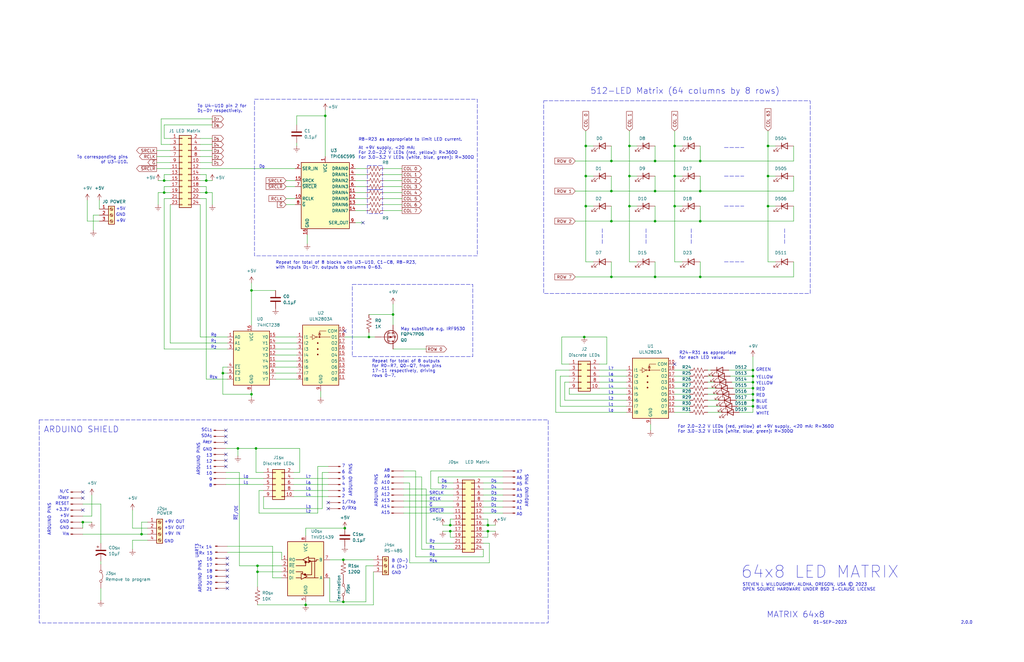
<source format=kicad_sch>
(kicad_sch (version 20230121) (generator eeschema)
  (paper "USLedger")
  (junction (at 247.015 86.995))
  (junction (at 128.905 255.27))
  (junction (at 137.16 48.895))
  (junction (at 86.995 81.28))
  (junction (at 257.81 80.645))
  (junction (at 145.415 222.885))
  (junction (at 276.225 93.345))
  (junction (at 106.045 166.37))
  (junction (at 284.48 61.595))
  (junction (at 205.74 221.615))
  (junction (at 144.78 236.22))
  (junction (at 86.995 76.2))
  (junction (at 247.015 61.595))
  (junction (at 317.5 158.75))
  (junction (at 108.585 241.3))
  (junction (at 155.575 142.24))
  (junction (at 276.225 67.945))
  (junction (at 93.98 157.48))
  (junction (at 144.78 254))
  (junction (at 295.275 93.345))
  (junction (at 34.925 220.345))
  (junction (at 284.48 86.995))
  (junction (at 257.81 93.345))
  (junction (at 323.85 86.995))
  (junction (at 106.045 122.555))
  (junction (at 323.85 74.295))
  (junction (at 265.43 86.995))
  (junction (at 107.95 189.23))
  (junction (at 265.43 61.595))
  (junction (at 257.81 116.84))
  (junction (at 317.5 171.45))
  (junction (at 295.275 116.84))
  (junction (at 100.33 189.23))
  (junction (at 317.5 163.83))
  (junction (at 317.5 156.21))
  (junction (at 247.015 74.295))
  (junction (at 59.69 225.425))
  (junction (at 276.225 116.84))
  (junction (at 69.215 81.28))
  (junction (at 276.225 80.645))
  (junction (at 205.74 224.155))
  (junction (at 189.865 221.615))
  (junction (at 189.865 224.155))
  (junction (at 165.735 132.715))
  (junction (at 265.43 74.295))
  (junction (at 69.215 76.2))
  (junction (at 257.81 67.945))
  (junction (at 295.275 80.645))
  (junction (at 284.48 74.295))
  (junction (at 317.5 161.29))
  (junction (at 317.5 166.37))
  (junction (at 323.85 61.595))
  (junction (at 295.275 67.945))
  (junction (at 317.5 168.91))
  (junction (at 246.38 142.24))
  (junction (at 108.585 238.76))
  (no_connect (at 95.25 191.77))
  (no_connect (at 34.925 210.185))
  (no_connect (at 95.25 181.61))
  (no_connect (at 95.25 194.31))
  (no_connect (at 95.25 184.15))
  (no_connect (at 145.415 139.7))
  (no_connect (at 34.925 215.265))
  (no_connect (at 153.035 93.98))
  (no_connect (at 95.885 245.745))
  (no_connect (at 284.48 153.67))
  (no_connect (at 95.885 240.665))
  (no_connect (at 138.43 212.09))
  (no_connect (at 34.925 207.645))
  (no_connect (at 138.43 214.63))
  (no_connect (at 95.885 243.205))
  (no_connect (at 95.25 196.85))
  (no_connect (at 95.885 238.125))
  (no_connect (at 95.885 235.585))
  (no_connect (at 95.885 248.285))
  (no_connect (at 95.25 186.69))
  (wire (pts (xy 84.455 73.66) (xy 86.995 73.66)))
  (wire (pts (xy 276.225 74.295) (xy 276.225 80.645)))
  (wire (pts (xy 116.205 142.24) (xy 125.095 142.24)))
  (wire (pts (xy 123.825 201.93) (xy 138.43 201.93)))
  (wire (pts (xy 155.575 132.715) (xy 165.735 132.715)))
  (wire (pts (xy 205.74 224.155) (xy 208.915 224.155)))
  (wire (pts (xy 276.225 110.49) (xy 276.225 116.84)))
  (wire (pts (xy 118.745 233.045) (xy 118.745 236.22)))
  (polyline (pts (xy 305.435 86.995) (xy 313.69 86.995)) (stroke (width 0) (type dash)))
  (wire (pts (xy 161.925 73.66) (xy 169.545 73.66)))
  (wire (pts (xy 161.925 81.28) (xy 169.545 81.28)))
  (wire (pts (xy 203.835 208.915) (xy 212.09 208.915)))
  (wire (pts (xy 298.45 171.45) (xy 303.53 171.45)))
  (wire (pts (xy 135.255 165.1) (xy 135.255 167.64)))
  (wire (pts (xy 257.81 93.345) (xy 276.225 93.345)))
  (wire (pts (xy 108.585 255.27) (xy 128.905 255.27)))
  (wire (pts (xy 55.88 222.885) (xy 55.88 215.265)))
  (wire (pts (xy 242.57 80.645) (xy 257.81 80.645)))
  (wire (pts (xy 175.26 234.95) (xy 175.26 198.755)))
  (wire (pts (xy 67.945 50.165) (xy 89.535 50.165)))
  (wire (pts (xy 86.995 160.02) (xy 95.885 160.02)))
  (wire (pts (xy 126.365 199.39) (xy 123.825 199.39)))
  (wire (pts (xy 205.74 221.615) (xy 208.915 221.615)))
  (wire (pts (xy 107.95 199.39) (xy 107.95 189.23)))
  (polyline (pts (xy 272.415 96.52) (xy 272.415 102.87)) (stroke (width 0) (type dash)))
  (wire (pts (xy 284.48 158.75) (xy 290.83 158.75)))
  (wire (pts (xy 120.65 86.36) (xy 124.46 86.36)))
  (wire (pts (xy 234.315 173.99) (xy 264.16 173.99)))
  (wire (pts (xy 116.205 154.94) (xy 125.095 154.94)))
  (wire (pts (xy 327.025 61.595) (xy 323.85 61.595)))
  (wire (pts (xy 100.33 189.23) (xy 107.95 189.23)))
  (wire (pts (xy 135.89 199.39) (xy 135.89 214.63)))
  (wire (pts (xy 323.85 55.245) (xy 323.85 61.595)))
  (wire (pts (xy 71.755 78.74) (xy 69.215 78.74)))
  (wire (pts (xy 203.835 226.695) (xy 205.74 226.695)))
  (wire (pts (xy 276.225 67.945) (xy 295.275 67.945)))
  (wire (pts (xy 106.045 166.37) (xy 106.045 167.64)))
  (wire (pts (xy 276.225 93.345) (xy 295.275 93.345)))
  (wire (pts (xy 205.74 226.695) (xy 205.74 224.155)))
  (wire (pts (xy 206.375 229.235) (xy 206.375 237.49)))
  (wire (pts (xy 181.61 206.375) (xy 191.135 206.375)))
  (wire (pts (xy 242.57 67.945) (xy 257.81 67.945)))
  (wire (pts (xy 145.415 142.24) (xy 155.575 142.24)))
  (wire (pts (xy 236.855 153.67) (xy 236.855 142.24)))
  (wire (pts (xy 247.015 55.245) (xy 247.015 61.595)))
  (wire (pts (xy 298.45 158.75) (xy 300.355 158.75)))
  (wire (pts (xy 120.65 83.82) (xy 124.46 83.82)))
  (wire (pts (xy 265.43 86.995) (xy 265.43 110.49)))
  (wire (pts (xy 307.975 158.75) (xy 317.5 158.75)))
  (wire (pts (xy 181.61 198.755) (xy 181.61 206.375)))
  (wire (pts (xy 144.78 236.22) (xy 157.48 236.22)))
  (wire (pts (xy 170.18 211.455) (xy 191.135 211.455)))
  (wire (pts (xy 86.995 73.66) (xy 86.995 76.2)))
  (wire (pts (xy 184.785 201.295) (xy 184.785 203.835)))
  (wire (pts (xy 203.835 219.075) (xy 205.74 219.075)))
  (wire (pts (xy 265.43 74.295) (xy 268.605 74.295)))
  (polyline (pts (xy 291.465 96.52) (xy 291.465 102.87)) (stroke (width 0) (type dash)))
  (wire (pts (xy 95.885 233.045) (xy 118.745 233.045)))
  (wire (pts (xy 89.535 81.28) (xy 89.535 86.36)))
  (wire (pts (xy 107.95 189.23) (xy 126.365 189.23)))
  (wire (pts (xy 172.72 237.49) (xy 172.72 203.835)))
  (wire (pts (xy 177.8 231.775) (xy 177.8 201.295)))
  (wire (pts (xy 149.86 93.98) (xy 153.035 93.98)))
  (wire (pts (xy 295.275 74.295) (xy 295.275 80.645)))
  (wire (pts (xy 126.365 199.39) (xy 126.365 189.23)))
  (wire (pts (xy 191.135 226.695) (xy 189.865 226.695)))
  (wire (pts (xy 86.995 76.2) (xy 89.535 76.2)))
  (wire (pts (xy 66.04 68.58) (xy 71.755 68.58)))
  (polyline (pts (xy 305.435 62.23) (xy 313.69 62.23)) (stroke (width 0) (type dash)))
  (wire (pts (xy 149.86 73.66) (xy 154.305 73.66)))
  (wire (pts (xy 323.85 86.995) (xy 323.85 110.49)))
  (wire (pts (xy 317.5 166.37) (xy 317.5 163.83)))
  (wire (pts (xy 123.825 209.55) (xy 138.43 209.55)))
  (wire (pts (xy 184.785 203.835) (xy 191.135 203.835)))
  (wire (pts (xy 298.45 156.21) (xy 299.72 156.21)))
  (wire (pts (xy 284.48 156.21) (xy 290.83 156.21)))
  (wire (pts (xy 334.645 93.345) (xy 334.645 86.995)))
  (wire (pts (xy 155.575 140.335) (xy 155.575 142.24)))
  (wire (pts (xy 86.995 83.82) (xy 86.995 160.02)))
  (wire (pts (xy 240.03 156.21) (xy 234.315 156.21)))
  (wire (pts (xy 59.69 220.345) (xy 62.23 220.345)))
  (wire (pts (xy 276.225 116.84) (xy 295.275 116.84)))
  (wire (pts (xy 203.835 203.835) (xy 212.09 203.835)))
  (wire (pts (xy 95.25 204.47) (xy 111.125 204.47)))
  (wire (pts (xy 238.125 161.29) (xy 238.125 168.91)))
  (wire (pts (xy 252.73 158.75) (xy 264.16 158.75)))
  (wire (pts (xy 66.04 63.5) (xy 71.755 63.5)))
  (wire (pts (xy 69.215 73.66) (xy 69.215 76.2)))
  (wire (pts (xy 257.81 110.49) (xy 257.81 116.84)))
  (wire (pts (xy 234.315 156.21) (xy 234.315 173.99)))
  (wire (pts (xy 84.455 83.82) (xy 86.995 83.82)))
  (wire (pts (xy 95.885 230.505) (xy 114.935 230.505)))
  (polyline (pts (xy 254 96.52) (xy 254 102.87)) (stroke (width 0) (type dash)))
  (wire (pts (xy 106.045 122.555) (xy 116.205 122.555)))
  (wire (pts (xy 95.25 201.93) (xy 111.125 201.93)))
  (wire (pts (xy 71.755 58.42) (xy 69.215 58.42)))
  (wire (pts (xy 311.15 171.45) (xy 317.5 171.45)))
  (wire (pts (xy 41.91 93.345) (xy 36.83 93.345)))
  (wire (pts (xy 284.48 166.37) (xy 290.83 166.37)))
  (wire (pts (xy 55.88 227.965) (xy 55.88 231.775)))
  (wire (pts (xy 189.865 224.155) (xy 191.135 224.155)))
  (wire (pts (xy 84.455 71.12) (xy 124.46 71.12)))
  (wire (pts (xy 257.81 86.995) (xy 257.81 93.345)))
  (wire (pts (xy 69.215 83.82) (xy 69.215 147.32)))
  (wire (pts (xy 62.23 227.965) (xy 55.88 227.965)))
  (wire (pts (xy 125.095 60.325) (xy 125.095 61.595)))
  (wire (pts (xy 59.69 225.425) (xy 59.69 220.345)))
  (wire (pts (xy 247.015 74.295) (xy 250.19 74.295)))
  (wire (pts (xy 186.69 224.155) (xy 189.865 224.155)))
  (wire (pts (xy 84.455 86.36) (xy 84.455 142.24)))
  (wire (pts (xy 252.73 156.21) (xy 264.16 156.21)))
  (wire (pts (xy 34.925 220.345) (xy 34.925 222.885)))
  (wire (pts (xy 298.45 168.91) (xy 302.895 168.91)))
  (wire (pts (xy 191.135 219.075) (xy 189.865 219.075)))
  (wire (pts (xy 71.755 83.82) (xy 69.215 83.82)))
  (wire (pts (xy 240.03 153.67) (xy 236.855 153.67)))
  (wire (pts (xy 317.5 163.83) (xy 317.5 161.29)))
  (wire (pts (xy 247.015 74.295) (xy 247.015 86.995)))
  (wire (pts (xy 149.86 71.12) (xy 154.305 71.12)))
  (wire (pts (xy 170.18 213.995) (xy 191.135 213.995)))
  (wire (pts (xy 108.585 241.3) (xy 108.585 247.65)))
  (wire (pts (xy 203.835 206.375) (xy 212.09 206.375)))
  (wire (pts (xy 284.48 86.995) (xy 284.48 110.49)))
  (wire (pts (xy 203.835 216.535) (xy 212.09 216.535)))
  (wire (pts (xy 323.85 61.595) (xy 323.85 74.295)))
  (wire (pts (xy 284.48 86.995) (xy 287.655 86.995)))
  (wire (pts (xy 139.065 236.22) (xy 144.78 236.22)))
  (wire (pts (xy 71.755 144.78) (xy 95.885 144.78)))
  (wire (pts (xy 149.86 86.36) (xy 154.305 86.36)))
  (wire (pts (xy 295.275 86.995) (xy 295.275 93.345)))
  (wire (pts (xy 67.945 60.96) (xy 67.945 50.165)))
  (wire (pts (xy 212.09 201.295) (xy 184.785 201.295)))
  (wire (pts (xy 236.22 158.75) (xy 236.22 171.45)))
  (wire (pts (xy 108.585 238.76) (xy 108.585 241.3)))
  (wire (pts (xy 212.09 198.755) (xy 181.61 198.755)))
  (wire (pts (xy 295.275 116.84) (xy 334.645 116.84)))
  (wire (pts (xy 138.43 196.85) (xy 133.985 196.85)))
  (wire (pts (xy 255.905 153.67) (xy 252.73 153.67)))
  (wire (pts (xy 69.215 52.705) (xy 89.535 52.705)))
  (wire (pts (xy 276.225 86.995) (xy 276.225 93.345)))
  (wire (pts (xy 125.095 52.705) (xy 125.095 48.895)))
  (wire (pts (xy 66.04 66.04) (xy 71.755 66.04)))
  (wire (pts (xy 109.22 216.535) (xy 109.22 207.01)))
  (wire (pts (xy 100.33 189.23) (xy 100.33 192.405)))
  (wire (pts (xy 257.81 67.945) (xy 276.225 67.945)))
  (wire (pts (xy 265.43 61.595) (xy 265.43 74.295)))
  (wire (pts (xy 116.205 149.86) (xy 125.095 149.86)))
  (wire (pts (xy 84.455 63.5) (xy 89.535 63.5)))
  (wire (pts (xy 268.605 61.595) (xy 265.43 61.595)))
  (wire (pts (xy 116.205 147.32) (xy 125.095 147.32)))
  (wire (pts (xy 203.835 211.455) (xy 212.09 211.455)))
  (wire (pts (xy 114.935 230.505) (xy 114.935 243.84)))
  (wire (pts (xy 149.86 78.74) (xy 154.305 78.74)))
  (wire (pts (xy 129.54 99.06) (xy 129.54 102.87)))
  (wire (pts (xy 86.995 78.74) (xy 86.995 81.28)))
  (wire (pts (xy 170.18 208.915) (xy 191.135 208.915)))
  (wire (pts (xy 276.225 61.595) (xy 276.225 67.945)))
  (wire (pts (xy 128.905 222.885) (xy 145.415 222.885)))
  (wire (pts (xy 298.45 173.99) (xy 304.165 173.99)))
  (wire (pts (xy 161.925 86.36) (xy 169.545 86.36)))
  (wire (pts (xy 257.81 74.295) (xy 257.81 80.645)))
  (wire (pts (xy 42.545 236.855) (xy 42.545 238.125)))
  (wire (pts (xy 255.905 142.24) (xy 255.905 153.67)))
  (wire (pts (xy 311.785 173.99) (xy 317.5 173.99)))
  (wire (pts (xy 265.43 55.245) (xy 265.43 61.595)))
  (wire (pts (xy 69.215 78.74) (xy 69.215 81.28)))
  (wire (pts (xy 203.835 229.235) (xy 206.375 229.235)))
  (wire (pts (xy 84.455 76.2) (xy 86.995 76.2)))
  (wire (pts (xy 298.45 166.37) (xy 302.26 166.37)))
  (wire (pts (xy 334.645 67.945) (xy 334.645 61.595)))
  (wire (pts (xy 284.48 74.295) (xy 287.655 74.295)))
  (wire (pts (xy 247.015 86.995) (xy 250.19 86.995)))
  (wire (pts (xy 69.215 81.28) (xy 71.755 81.28)))
  (wire (pts (xy 236.22 171.45) (xy 264.16 171.45)))
  (wire (pts (xy 287.655 110.49) (xy 284.48 110.49)))
  (wire (pts (xy 165.735 132.715) (xy 165.735 137.16)))
  (wire (pts (xy 95.25 189.23) (xy 100.33 189.23)))
  (wire (pts (xy 295.275 93.345) (xy 334.645 93.345)))
  (wire (pts (xy 203.835 221.615) (xy 205.74 221.615)))
  (wire (pts (xy 95.885 154.94) (xy 93.98 154.94)))
  (wire (pts (xy 295.275 67.945) (xy 334.645 67.945)))
  (wire (pts (xy 268.605 110.49) (xy 265.43 110.49)))
  (wire (pts (xy 191.135 231.775) (xy 177.8 231.775)))
  (wire (pts (xy 295.275 61.595) (xy 295.275 67.945)))
  (wire (pts (xy 317.5 161.29) (xy 317.5 158.75)))
  (wire (pts (xy 93.98 157.48) (xy 93.98 166.37)))
  (wire (pts (xy 274.32 179.07) (xy 274.32 181.61)))
  (wire (pts (xy 284.48 168.91) (xy 290.83 168.91)))
  (wire (pts (xy 128.905 254) (xy 128.905 255.27)))
  (wire (pts (xy 39.37 90.805) (xy 39.37 97.155)))
  (wire (pts (xy 93.98 154.94) (xy 93.98 157.48)))
  (wire (pts (xy 62.23 225.425) (xy 59.69 225.425)))
  (wire (pts (xy 149.86 83.82) (xy 154.305 83.82)))
  (wire (pts (xy 257.81 80.645) (xy 276.225 80.645)))
  (wire (pts (xy 116.205 144.78) (xy 125.095 144.78)))
  (wire (pts (xy 284.48 161.29) (xy 290.83 161.29)))
  (wire (pts (xy 71.755 86.36) (xy 71.755 144.78)))
  (wire (pts (xy 323.85 74.295) (xy 327.025 74.295)))
  (wire (pts (xy 116.205 152.4) (xy 125.095 152.4)))
  (wire (pts (xy 84.455 60.96) (xy 89.535 60.96)))
  (wire (pts (xy 307.34 156.21) (xy 317.5 156.21)))
  (wire (pts (xy 240.03 161.29) (xy 238.125 161.29)))
  (wire (pts (xy 84.455 78.74) (xy 86.995 78.74)))
  (wire (pts (xy 84.455 66.04) (xy 89.535 66.04)))
  (wire (pts (xy 309.245 163.83) (xy 317.5 163.83)))
  (wire (pts (xy 157.48 238.76) (xy 154.305 238.76)))
  (wire (pts (xy 69.215 58.42) (xy 69.215 52.705)))
  (wire (pts (xy 309.88 166.37) (xy 317.5 166.37)))
  (wire (pts (xy 84.455 58.42) (xy 89.535 58.42)))
  (wire (pts (xy 161.925 88.9) (xy 169.545 88.9)))
  (wire (pts (xy 240.03 166.37) (xy 264.16 166.37)))
  (wire (pts (xy 133.985 216.535) (xy 109.22 216.535)))
  (wire (pts (xy 95.25 199.39) (xy 100.965 199.39)))
  (wire (pts (xy 69.215 76.2) (xy 71.755 76.2)))
  (wire (pts (xy 295.275 80.645) (xy 334.645 80.645)))
  (wire (pts (xy 179.705 229.235) (xy 179.705 206.375)))
  (wire (pts (xy 317.5 173.99) (xy 317.5 171.45)))
  (wire (pts (xy 189.865 221.615) (xy 191.135 221.615)))
  (wire (pts (xy 175.26 198.755) (xy 170.18 198.755)))
  (wire (pts (xy 250.19 61.595) (xy 247.015 61.595)))
  (wire (pts (xy 287.655 61.595) (xy 284.48 61.595)))
  (polyline (pts (xy 305.435 110.49) (xy 313.69 110.49)) (stroke (width 0) (type dash)))
  (wire (pts (xy 284.48 171.45) (xy 290.83 171.45)))
  (wire (pts (xy 284.48 55.245) (xy 284.48 61.595)))
  (wire (pts (xy 298.45 163.83) (xy 301.625 163.83)))
  (wire (pts (xy 34.925 212.725) (xy 42.545 212.725)))
  (wire (pts (xy 149.86 88.9) (xy 154.305 88.9)))
  (wire (pts (xy 139.065 254) (xy 139.065 243.84)))
  (wire (pts (xy 106.045 165.1) (xy 106.045 166.37)))
  (wire (pts (xy 310.515 168.91) (xy 317.5 168.91)))
  (wire (pts (xy 149.86 76.2) (xy 154.305 76.2)))
  (wire (pts (xy 118.745 241.3) (xy 108.585 241.3)))
  (polyline (pts (xy 330.835 96.52) (xy 330.835 102.87)) (stroke (width 0) (type dash)))
  (wire (pts (xy 203.835 234.95) (xy 175.26 234.95)))
  (wire (pts (xy 109.22 207.01) (xy 111.125 207.01)))
  (wire (pts (xy 170.18 216.535) (xy 191.135 216.535)))
  (wire (pts (xy 161.925 76.2) (xy 169.545 76.2)))
  (wire (pts (xy 128.905 255.27) (xy 157.48 255.27)))
  (wire (pts (xy 84.455 68.58) (xy 89.535 68.58)))
  (wire (pts (xy 327.025 110.49) (xy 323.85 110.49)))
  (wire (pts (xy 240.03 163.83) (xy 240.03 166.37)))
  (wire (pts (xy 154.305 254) (xy 144.78 254)))
  (wire (pts (xy 137.16 48.895) (xy 137.16 66.04)))
  (wire (pts (xy 284.48 74.295) (xy 284.48 86.995)))
  (wire (pts (xy 308.61 161.29) (xy 317.5 161.29)))
  (wire (pts (xy 69.215 147.32) (xy 95.885 147.32)))
  (wire (pts (xy 317.5 158.75) (xy 317.5 156.21)))
  (wire (pts (xy 323.85 86.995) (xy 327.025 86.995)))
  (wire (pts (xy 165.735 128.27) (xy 165.735 132.715)))
  (wire (pts (xy 84.455 142.24) (xy 95.885 142.24)))
  (wire (pts (xy 155.575 142.24) (xy 158.115 142.24)))
  (wire (pts (xy 34.925 225.425) (xy 59.69 225.425)))
  (wire (pts (xy 179.705 206.375) (xy 170.18 206.375)))
  (wire (pts (xy 276.225 80.645) (xy 295.275 80.645)))
  (wire (pts (xy 298.45 161.29) (xy 300.99 161.29)))
  (wire (pts (xy 116.205 157.48) (xy 125.095 157.48)))
  (wire (pts (xy 317.5 171.45) (xy 317.5 168.91)))
  (wire (pts (xy 165.735 147.32) (xy 179.705 147.32)))
  (wire (pts (xy 100.965 199.39) (xy 100.965 238.76)))
  (wire (pts (xy 66.04 71.12) (xy 71.755 71.12)))
  (wire (pts (xy 265.43 86.995) (xy 268.605 86.995)))
  (wire (pts (xy 242.57 116.84) (xy 257.81 116.84)))
  (wire (pts (xy 100.965 238.76) (xy 108.585 238.76)))
  (wire (pts (xy 317.5 168.91) (xy 317.5 166.37)))
  (wire (pts (xy 89.535 81.28) (xy 86.995 81.28)))
  (wire (pts (xy 125.095 48.895) (xy 137.16 48.895)))
  (wire (pts (xy 236.855 142.24) (xy 246.38 142.24)))
  (wire (pts (xy 135.89 214.63) (xy 111.125 214.63)))
  (wire (pts (xy 203.835 231.775) (xy 203.835 234.95)))
  (wire (pts (xy 42.545 248.285) (xy 42.545 253.365)))
  (wire (pts (xy 133.985 196.85) (xy 133.985 216.535)))
  (wire (pts (xy 106.045 122.555) (xy 106.045 137.16)))
  (wire (pts (xy 265.43 74.295) (xy 265.43 86.995)))
  (wire (pts (xy 62.23 222.885) (xy 55.88 222.885)))
  (wire (pts (xy 161.925 71.12) (xy 169.545 71.12)))
  (wire (pts (xy 246.38 142.24) (xy 255.905 142.24)))
  (wire (pts (xy 284.48 163.83) (xy 290.83 163.83)))
  (wire (pts (xy 334.645 116.84) (xy 334.645 110.49)))
  (wire (pts (xy 41.91 84.455) (xy 41.91 88.265)))
  (wire (pts (xy 257.81 61.595) (xy 257.81 67.945)))
  (wire (pts (xy 116.205 160.02) (xy 125.095 160.02)))
  (wire (pts (xy 334.645 80.645) (xy 334.645 74.295)))
  (wire (pts (xy 123.825 204.47) (xy 138.43 204.47)))
  (wire (pts (xy 189.865 226.695) (xy 189.865 224.155)))
  (wire (pts (xy 123.825 207.01) (xy 138.43 207.01)))
  (wire (pts (xy 93.98 157.48) (xy 95.885 157.48)))
  (wire (pts (xy 138.43 199.39) (xy 135.89 199.39)))
  (wire (pts (xy 71.755 60.96) (xy 67.945 60.96)))
  (wire (pts (xy 34.925 217.805) (xy 38.735 217.805)))
  (wire (pts (xy 93.98 166.37) (xy 106.045 166.37)))
  (wire (pts (xy 71.755 73.66) (xy 69.215 73.66)))
  (wire (pts (xy 323.85 74.295) (xy 323.85 86.995)))
  (wire (pts (xy 284.48 173.99) (xy 290.83 173.99)))
  (wire (pts (xy 161.925 83.82) (xy 169.545 83.82)))
  (wire (pts (xy 118.745 238.76) (xy 108.585 238.76)))
  (wire (pts (xy 128.905 226.06) (xy 128.905 222.885)))
  (wire (pts (xy 295.275 110.49) (xy 295.275 116.84)))
  (wire (pts (xy 114.935 243.84) (xy 118.745 243.84)))
  (wire (pts (xy 149.86 81.28) (xy 154.305 81.28)))
  (wire (pts (xy 250.19 110.49) (xy 247.015 110.49)))
  (wire (pts (xy 205.74 219.075) (xy 205.74 221.615)))
  (wire (pts (xy 317.5 156.21) (xy 317.5 150.495)))
  (wire (pts (xy 284.48 61.595) (xy 284.48 74.295)))
  (wire (pts (xy 66.675 81.28) (xy 66.675 86.36)))
  (wire (pts (xy 252.73 163.83) (xy 264.16 163.83)))
  (wire (pts (xy 252.73 161.29) (xy 264.16 161.29)))
  (wire (pts (xy 34.925 220.345) (xy 38.735 220.345)))
  (wire (pts (xy 154.305 238.76) (xy 154.305 254)))
  (wire (pts (xy 84.455 81.28) (xy 86.995 81.28)))
  (wire (pts (xy 111.125 199.39) (xy 107.95 199.39)))
  (wire (pts (xy 161.925 78.74) (xy 169.545 78.74)))
  (wire (pts (xy 203.835 224.155) (xy 205.74 224.155)))
  (wire (pts (xy 247.015 86.995) (xy 247.015 110.49)))
  (wire (pts (xy 191.135 229.235) (xy 179.705 229.235)))
  (wire (pts (xy 42.545 212.725) (xy 42.545 229.235)))
  (wire (pts (xy 36.83 93.345) (xy 36.83 84.455)))
  (wire (pts (xy 247.015 61.595) (xy 247.015 74.295)))
  (wire (pts (xy 137.16 46.355) (xy 137.16 48.895)))
  (wire (pts (xy 66.675 76.2) (xy 69.215 76.2)))
  (wire (pts (xy 172.72 203.835) (xy 170.18 203.835)))
  (wire (pts (xy 257.81 116.84) (xy 276.225 116.84)))
  (wire (pts (xy 242.57 93.345) (xy 257.81 93.345)))
  (wire (pts (xy 66.675 81.28) (xy 69.215 81.28)))
  (wire (pts (xy 106.045 119.38) (xy 106.045 122.555)))
  (wire (pts (xy 189.865 219.075) (xy 189.865 221.615)))
  (wire (pts (xy 120.65 76.2) (xy 124.46 76.2)))
  (wire (pts (xy 111.125 209.55) (xy 111.125 214.63)))
  (wire (pts (xy 120.65 78.74) (xy 124.46 78.74)))
  (wire (pts (xy 38.735 217.805) (xy 38.735 208.915)))
  (wire (pts (xy 186.69 221.615) (xy 189.865 221.615)))
  (wire (pts (xy 240.03 158.75) (xy 236.22 158.75)))
  (wire (pts (xy 177.8 201.295) (xy 170.18 201.295)))
  (wire (pts (xy 41.91 90.805) (xy 39.37 90.805)))
  (wire (pts (xy 206.375 237.49) (xy 172.72 237.49)))
  (polyline (pts (xy 305.435 74.295) (xy 313.69 74.295)) (stroke (width 0) (type dash)))
  (wire (pts (xy 238.125 168.91) (xy 264.16 168.91)))
  (wire (pts (xy 203.835 213.995) (xy 212.09 213.995)))
  (wire (pts (xy 144.78 254) (xy 139.065 254)))
  (wire (pts (xy 157.48 241.3) (xy 157.48 255.27)))
  (rectangle (start 229.235 42.545) (end 341.63 123.825) (stroke (width 0) (type dash)))
  (rectangle (start 107.315 41.91) (end 201.295 107.95) (stroke (width 0) (type dash)))
  (rectangle (start 16.51 177.165) (end 231.14 262.89) (stroke (width 0) (type dash)))
  (rectangle (start 154.94 69.85) (end 161.29 80.01) (stroke (width 0) (type dash)))
  (rectangle (start 154.94 80.01) (end 161.29 90.17) (stroke (width 0) (type dash)))
  (rectangle (start 148.59 120.015) (end 199.39 150.495) (stroke (width 0) (type dash)))
  (text "L_{1}" (at 104.775 204.47 0) (effects (font (size 1.27 1.27)) (justify right bottom)))
  (text "GREEN" (at 318.77 156.845 0) (effects (font (size 1.27 1.27)) (justify left bottom)))
  (text "For 2.0-2.2 V LEDs (red, yellow) at +9V supply, <20 mA: R=360Ω\nFor 3.0-3.2 V LEDs (white, blue, green): R=300Ω" (at 285.75 182.88 0) (effects (font (size 1.27 1.27)) (justify left bottom)))
  (text "R_{2}" (at 88.9 147.32 0) (effects (font (size 1.27 1.27)) (justify left bottom)))
  (text "ARDUINO PINS" (at 159.385 213.995 90) (effects (font (size 1.27 1.27)) (justify left bottom)))
  (text "BLUE" (at 318.77 170.18 0) (effects (font (size 1.27 1.27)) (justify left bottom)))
  (text "01-SEP-2023" (at 342.9 263.525 0) (effects (font (size 1.27 1.27)) (justify left bottom)))
  (text "A8" (at 164.465 199.39 0) (effects (font (size 1.27 1.27)) (justify right bottom)))
  (text "GND" (at 89.535 190.5 0) (effects (font (size 1.27 1.27)) (justify right bottom)))
  (text "+5V" (at 29.21 218.44 0) (effects (font (size 1.27 1.27)) (justify right bottom)))
  (text "A3" (at 217.805 210.185 0) (effects (font (size 1.27 1.27)) (justify left bottom)))
  (text "ARDUINO PINS" (at 85.09 250.19 90) (effects (font (size 1.27 1.27)) (justify left bottom)))
  (text "A10" (at 164.465 204.47 0) (effects (font (size 1.27 1.27)) (justify right bottom)))
  (text "RED" (at 318.77 167.64 0) (effects (font (size 1.27 1.27)) (justify left bottom)))
  (text "~{SRCLR}" (at 180.975 216.535 0) (effects (font (size 1.27 1.27)) (justify left bottom)))
  (text "L_{0}" (at 104.775 201.93 0) (effects (font (size 1.27 1.27)) (justify right bottom)))
  (text "To U4-U10 pin 2 for\nD_{1}-D_{7} respectively." (at 83.185 47.625 0) (effects (font (size 1.27 1.27)) (justify left bottom)))
  (text "GND" (at 29.21 223.52 0) (effects (font (size 1.27 1.27)) (justify right bottom)))
  (text "RED" (at 318.77 165.1 0) (effects (font (size 1.27 1.27)) (justify left bottom)))
  (text "R_{0}" (at 180.975 234.95 0) (effects (font (size 1.27 1.27)) (justify left bottom)))
  (text "+9V" (at 48.895 93.98 0) (effects (font (size 1.27 1.27)) (justify left bottom)))
  (text "ARDUINO PINS" (at 84.455 200.66 90) (effects (font (size 1.27 1.27)) (justify left bottom)))
  (text "A0" (at 217.805 217.805 0) (effects (font (size 1.27 1.27)) (justify left bottom)))
  (text "ARDUINO SHIELD" (at 18.415 182.88 0) (effects (font (size 2.54 2.54)) (justify left bottom)))
  (text "20" (at 86.995 247.015 0) (effects (font (size 1.27 1.27)) (justify left bottom)))
  (text "Repeat for total of 8 blocks with U3-U10, C1-C8, R8-R23, \nwith inputs D_{1}-D_{7}, outputs to columns 0-63." (at 116.205 113.665 0) (effects (font (size 1.27 1.27)) (justify left bottom)))
  (text "To corresponding pins\nof U3-U10." (at 53.975 69.215 0) (effects (font (size 1.27 1.27)) (justify right bottom)))
  (text "YELLOW" (at 318.77 160.02 0) (effects (font (size 1.27 1.27)) (justify left bottom)))
  (text "R_{EN}" (at 88.265 160.02 0) (effects (font (size 1.27 1.27)) (justify left bottom)))
  (text "R_{EN}" (at 180.975 237.49 0) (effects (font (size 1.27 1.27)) (justify left bottom)))
  (text "MATRIX 64x8" (at 323.215 260.985 0) (effects (font (size 2.54 2.54)) (justify left bottom)))
  (text "12" (at 89.535 195.58 0) (effects (font (size 1.27 1.27)) (justify right bottom)))
  (text "0/RX_{0}" (at 144.145 215.265 0) (effects (font (size 1.27 1.27)) (justify left bottom)))
  (text "A11" (at 164.465 207.01 0) (effects (font (size 1.27 1.27)) (justify right bottom)))
  (text "21" (at 86.995 249.555 0) (effects (font (size 1.27 1.27)) (justify left bottom)))
  (text "~{G}" (at 180.975 213.995 0) (effects (font (size 1.27 1.27)) (justify left bottom)))
  (text "SRCLK" (at 180.975 208.915 0) (effects (font (size 1.27 1.27)) (justify left bottom)))
  (text "2.0.0" (at 405.13 263.525 0) (effects (font (size 1.27 1.27)) (justify left bottom)))
  (text "2" (at 144.145 210.185 0) (effects (font (size 1.27 1.27)) (justify left bottom)))
  (text "512-LED Matrix (64 columns by 8 rows)" (at 248.92 40.005 0) (effects (font (size 2.54 2.54)) (justify left bottom)))
  (text "D_{7}" (at 186.055 206.375 0) (effects (font (size 1.27 1.27)) (justify left bottom)))
  (text "BLUE" (at 318.77 172.72 0) (effects (font (size 1.27 1.27)) (justify left bottom)))
  (text "A4" (at 217.805 207.645 0) (effects (font (size 1.27 1.27)) (justify left bottom)))
  (text "A_{REF}" (at 89.535 187.325 0) (effects (font (size 1.27 1.27)) (justify right bottom)))
  (text "9" (at 89.535 203.2 0) (effects (font (size 1.27 1.27)) (justify right bottom)))
  (text "L_{2}" (at 256.54 168.91 0) (effects (font (size 1.27 1.27)) (justify left bottom)))
  (text "5" (at 144.145 202.565 0) (effects (font (size 1.27 1.27)) (justify left bottom)))
  (text "L_{2}" (at 128.905 216.535 0) (effects (font (size 1.27 1.27)) (justify left bottom)))
  (text "A14" (at 164.465 214.63 0) (effects (font (size 1.27 1.27)) (justify right bottom)))
  (text "18" (at 86.995 241.935 0) (effects (font (size 1.27 1.27)) (justify left bottom)))
  (text "L_{5}" (at 128.905 207.01 0) (effects (font (size 1.27 1.27)) (justify left bottom)))
  (text "L_{5}" (at 256.54 161.29 0) (effects (font (size 1.27 1.27)) (justify left bottom)))
  (text "Repeat for total of 8 outputs\nfor R0-R7, Q0-Q7, from pins\n17-11 respectively, driving\nrows 0-7." (at 156.845 159.385 0) (effects (font (size 1.27 1.27)) (justify left bottom)))
  (text "A5" (at 217.805 205.105 0) (effects (font (size 1.27 1.27)) (justify left bottom)))
  (text "D_{2}" (at 207.01 211.455 0) (effects (font (size 1.27 1.27)) (justify left bottom)))
  (text "STEVEN L WILLOUGHBY, ALOHA, OREGON, USA © 2023\nOPEN SOURCE HARDWARE UNDER BSD 3-CLAUSE LICENSE" (at 313.055 249.555 0) (effects (font (size 1.27 1.27)) (justify left bottom)))
  (text "D_{5}" (at 207.01 203.835 0) (effects (font (size 1.27 1.27)) (justify left bottom)))
  (text "WHITE" (at 318.77 175.26 0) (effects (font (size 1.27 1.27)) (justify left bottom)))
  (text "R_{0}" (at 88.9 142.24 0) (effects (font (size 1.27 1.27)) (justify left bottom)))
  (text "Tx 14" (at 83.82 231.775 0) (effects (font (size 1.27 1.27)) (justify left bottom)))
  (text "A12" (at 164.465 209.55 0) (effects (font (size 1.27 1.27)) (justify right bottom)))
  (text "SCL_{1}" (at 89.535 182.245 0) (effects (font (size 1.27 1.27)) (justify right bottom)))
  (text "R24-R31 as appropriate\nfor each LED value." (at 286.385 151.765 0) (effects (font (size 1.27 1.27)) (justify left bottom)))
  (text "B (D-)" (at 165.1 237.49 0) (effects (font (size 1.27 1.27)) (justify left bottom)))
  (text "A9" (at 164.465 201.93 0) (effects (font (size 1.27 1.27)) (justify right bottom)))
  (text "+5V" (at 48.895 88.9 0) (effects (font (size 1.27 1.27)) (justify left bottom)))
  (text "R_{1}" (at 180.975 231.775 0) (effects (font (size 1.27 1.27)) (justify left bottom)))
  (text "11" (at 89.535 198.12 0) (effects (font (size 1.27 1.27)) (justify right bottom)))
  (text "L_{6}" (at 256.54 158.75 0) (effects (font (size 1.27 1.27)) (justify left bottom)))
  (text "GND" (at 48.895 91.44 0) (effects (font (size 1.27 1.27)) (justify left bottom)))
  (text "+5V OUT" (at 69.215 223.52 0) (effects (font (size 1.27 1.27)) (justify left bottom)))
  (text "A2" (at 217.805 212.725 0) (effects (font (size 1.27 1.27)) (justify left bottom)))
  (text "L_{3}" (at 256.54 166.37 0) (effects (font (size 1.27 1.27)) (justify left bottom)))
  (text "May substitute e.g. IRF9530" (at 168.91 139.7 0) (effects (font (size 1.27 1.27)) (justify left bottom)))
  (text "L_{4}" (at 256.54 163.83 0) (effects (font (size 1.27 1.27)) (justify left bottom)))
  (text "L_{4}" (at 128.905 209.55 0) (effects (font (size 1.27 1.27)) (justify left bottom)))
  (text "R_{2}" (at 180.975 229.235 0) (effects (font (size 1.27 1.27)) (justify left bottom)))
  (text "GND" (at 69.215 229.235 0) (effects (font (size 1.27 1.27)) (justify left bottom)))
  (text "A13" (at 164.465 212.09 0) (effects (font (size 1.27 1.27)) (justify right bottom)))
  (text "RESET" (at 29.21 213.36 0) (effects (font (size 1.27 1.27)) (justify right bottom)))
  (text "R8-R23 as appropriate to limit LED current." (at 194.945 59.69 0) (effects (font (size 1.27 1.27)) (justify right bottom)))
  (text "L_{7}" (at 128.905 201.93 0) (effects (font (size 1.27 1.27)) (justify left bottom)))
  (text "N/C" (at 29.21 208.28 0) (effects (font (size 1.27 1.27)) (justify right bottom)))
  (text "16" (at 86.995 236.855 0) (effects (font (size 1.27 1.27)) (justify left bottom)))
  (text "A (D+)" (at 165.1 240.03 0) (effects (font (size 1.27 1.27)) (justify left bottom)))
  (text "Rx 15" (at 83.82 234.315 0) (effects (font (size 1.27 1.27)) (justify left bottom)))
  (text "A1" (at 217.805 215.265 0) (effects (font (size 1.27 1.27)) (justify left bottom)))
  (text "D_{4}" (at 207.01 206.375 0) (effects (font (size 1.27 1.27)) (justify left bottom)))
  (text "19" (at 86.995 244.475 0) (effects (font (size 1.27 1.27)) (justify left bottom)))
  (text "+9V IN" (at 69.215 226.06 0) (effects (font (size 1.27 1.27)) (justify left bottom)))
  (text "+9V OUT" (at 69.215 220.98 0) (effects (font (size 1.27 1.27)) (justify left bottom)))
  (text "3" (at 144.145 207.645 0) (effects (font (size 1.27 1.27)) (justify left bottom)))
  (text "A7" (at 217.805 200.025 0) (effects (font (size 1.27 1.27)) (justify left bottom)))
  (text "D_{0}" (at 207.01 216.535 0) (effects (font (size 1.27 1.27)) (justify left bottom)))
  (text "A6" (at 217.805 202.565 0) (effects (font (size 1.27 1.27)) (justify left bottom)))
  (text "L_{0}" (at 256.54 173.99 0) (effects (font (size 1.27 1.27)) (justify left bottom)))
  (text "R_{1}" (at 88.9 144.78 0) (effects (font (size 1.27 1.27)) (justify left bottom)))
  (text "YELLOW" (at 318.77 162.56 0) (effects (font (size 1.27 1.27)) (justify left bottom)))
  (text "6" (at 144.145 200.025 0) (effects (font (size 1.27 1.27)) (justify left bottom)))
  (text "+3.3V" (at 29.21 215.9 0) (effects (font (size 1.27 1.27)) (justify right bottom)))
  (text "D_{6}" (at 186.055 203.835 0) (effects (font (size 1.27 1.27)) (justify left bottom)))
  (text "At +9V supply, <20 mA: \nFor 2.0-2.2 V LEDs (red, yellow): R=360Ω\nFor 3.0-3.2 V LEDs (white, blue, green): R=300Ω" (at 151.13 67.31 0) (effects (font (size 1.27 1.27)) (justify left bottom)))
  (text "SDA_{1}" (at 89.535 184.785 0) (effects (font (size 1.27 1.27)) (justify right bottom)))
  (text "IO_{REF}" (at 29.21 210.82 0) (effects (font (size 1.27 1.27)) (justify right bottom)))
  (text "10" (at 89.535 200.66 0) (effects (font (size 1.27 1.27)) (justify right bottom)))
  (text "L_{7}" (at 256.54 156.21 0) (effects (font (size 1.27 1.27)) (justify left bottom)))
  (text "8" (at 89.535 205.74 0) (effects (font (size 1.27 1.27)) (justify right bottom)))
  (text "D_{1}" (at 207.01 213.995 0) (effects (font (size 1.27 1.27)) (justify left bottom)))
  (text "A15" (at 164.465 217.17 0) (effects (font (size 1.27 1.27)) (justify right bottom)))
  (text "GND" (at 165.1 242.57 0) (effects (font (size 1.27 1.27)) (justify left bottom)))
  (text "RCLK" (at 180.975 211.455 0) (effects (font (size 1.27 1.27)) (justify left bottom)))
  (text "ARDUINO PINS" (at 222.885 213.995 90) (effects (font (size 1.27 1.27)) (justify left bottom)))
  (text "L_{1}" (at 256.54 171.45 0) (effects (font (size 1.27 1.27)) (justify left bottom)))
  (text "GND" (at 29.21 220.98 0) (effects (font (size 1.27 1.27)) (justify right bottom)))
  (text "L_{3}" (at 128.905 214.63 0) (effects (font (size 1.27 1.27)) (justify left bottom)))
  (text "64x8 LED MATRIX" (at 312.42 244.475 0) (effects (font (size 5.08 5.08)) (justify left bottom)))
  (text "ARDUINO PINS" (at 21.59 226.06 90) (effects (font (size 1.27 1.27)) (justify left bottom)))
  (text "13" (at 89.535 193.04 0) (effects (font (size 1.27 1.27)) (justify right bottom)))
  (text "L_{6}" (at 128.905 204.47 0) (effects (font (size 1.27 1.27)) (justify left bottom)))
  (text "~{RE}/DE" (at 100.33 219.71 90) (effects (font (size 1.27 1.27)) (justify left bottom)))
  (text "D_{3}" (at 207.01 208.915 0) (effects (font (size 1.27 1.27)) (justify left bottom)))
  (text "17" (at 86.995 239.395 0) (effects (font (size 1.27 1.27)) (justify left bottom)))
  (text "V_{IN}" (at 29.21 226.06 0) (effects (font (size 1.27 1.27)) (justify right bottom)))
  (text "4" (at 144.145 205.105 0) (effects (font (size 1.27 1.27)) (justify left bottom)))
  (text "UART3" (at 83.82 235.585 90) (effects (font (size 1.27 1.27)) (justify left bottom)))
  (text "ARDUINO PINS" (at 148.59 209.55 90) (effects (font (size 1.27 1.27)) (justify left bottom)))
  (text "D_{0}" (at 109.22 71.12 0) (effects (font (size 1.27 1.27)) (justify left bottom)))
  (text "7" (at 144.145 197.485 0) (effects (font (size 1.27 1.27)) (justify left bottom)))
  (text "1/TX_{0}" (at 144.145 212.725 0) (effects (font (size 1.27 1.27)) (justify left bottom)))
  (global_label "ROW 0" (shape output) (at 179.705 147.32 0) (property "Intersheetrefs" "${INTERSHEET_REFS}" (effects hide)))
  (global_label "COL 0" (shape input) (at 247.015 55.245 90) (property "Intersheetrefs" "${INTERSHEET_REFS}" (effects hide)))
  (global_label "SRCLK" (shape input) (at 120.65 76.2 180) (property "Intersheetrefs" "${INTERSHEET_REFS}" (effects hide)))
  (global_label "RCLK" (shape output) (at 66.04 66.04 180) (property "Intersheetrefs" "${INTERSHEET_REFS}" (effects hide)))
  (global_label "~{SRCLR}" (shape input) (at 120.65 78.74 180) (property "Intersheetrefs" "${INTERSHEET_REFS}" (effects hide)))
  (global_label "COL 7" (shape output) (at 169.545 88.9 0) (property "Intersheetrefs" "${INTERSHEET_REFS}" (effects hide)))
  (global_label "COL 5" (shape output) (at 169.545 83.82 0) (property "Intersheetrefs" "${INTERSHEET_REFS}" (effects hide)))
  (global_label "COL 1" (shape input) (at 265.43 55.245 90) (property "Intersheetrefs" "${INTERSHEET_REFS}" (effects hide)))
  (global_label "ROW 0" (shape input) (at 242.57 67.945 180) (property "Intersheetrefs" "${INTERSHEET_REFS}" (effects hide)))
  (global_label "COL 2" (shape output) (at 169.545 76.2 0) (property "Intersheetrefs" "${INTERSHEET_REFS}" (effects hide)))
  (global_label "COL 3" (shape output) (at 169.545 78.74 0) (property "Intersheetrefs" "${INTERSHEET_REFS}" (effects hide)))
  (global_label "D_{1}" (shape output) (at 89.535 68.58 0) (property "Intersheetrefs" "${INTERSHEET_REFS}" (effects hide)))
  (global_label "~{G}" (shape input) (at 120.65 86.36 180) (property "Intersheetrefs" "${INTERSHEET_REFS}" (effects hide)))
  (global_label "D_{2}" (shape output) (at 89.535 66.04 0) (property "Intersheetrefs" "${INTERSHEET_REFS}" (effects hide)))
  (global_label "ROW 7" (shape input) (at 242.57 116.84 180) (property "Intersheetrefs" "${INTERSHEET_REFS}" (effects hide)))
  (global_label "D_{3}" (shape output) (at 89.535 63.5 0) (property "Intersheetrefs" "${INTERSHEET_REFS}" (effects hide)))
  (global_label "RCLK" (shape input) (at 120.65 83.82 180) (property "Intersheetrefs" "${INTERSHEET_REFS}" (effects hide)))
  (global_label "D_{6}" (shape output) (at 89.535 52.705 0) (property "Intersheetrefs" "${INTERSHEET_REFS}" (effects hide)))
  (global_label "D_{4}" (shape output) (at 89.535 60.96 0) (property "Intersheetrefs" "${INTERSHEET_REFS}" (effects hide)))
  (global_label "COL 4" (shape output) (at 169.545 81.28 0) (property "Intersheetrefs" "${INTERSHEET_REFS}" (effects hide)))
  (global_label "~{SRCLR}" (shape output) (at 66.04 71.12 180) (property "Intersheetrefs" "${INTERSHEET_REFS}" (effects hide)))
  (global_label "COL 63" (shape input) (at 323.85 55.245 90) (property "Intersheetrefs" "${INTERSHEET_REFS}" (effects hide)))
  (global_label "ROW 2" (shape input) (at 242.57 93.345 180) (property "Intersheetrefs" "${INTERSHEET_REFS}" (effects hide)))
  (global_label "COL 2" (shape input) (at 284.48 55.245 90) (property "Intersheetrefs" "${INTERSHEET_REFS}" (effects hide)))
  (global_label "SRCLK" (shape output) (at 66.04 63.5 180) (property "Intersheetrefs" "${INTERSHEET_REFS}" (effects hide)))
  (global_label "COL 6" (shape output) (at 169.545 86.36 0) (property "Intersheetrefs" "${INTERSHEET_REFS}" (effects hide)))
  (global_label "D_{7}" (shape output) (at 89.535 50.165 0) (property "Intersheetrefs" "${INTERSHEET_REFS}" (effects hide)))
  (global_label "~{G}" (shape output) (at 66.04 68.58 180) (property "Intersheetrefs" "${INTERSHEET_REFS}" (effects hide)))
  (global_label "ROW 1" (shape input) (at 242.57 80.645 180) (property "Intersheetrefs" "${INTERSHEET_REFS}" (effects hide)))
  (global_label "COL 0" (shape output) (at 169.545 71.12 0) (property "Intersheetrefs" "${INTERSHEET_REFS}" (effects hide)))
  (global_label "D_{5}" (shape output) (at 89.535 58.42 0) (property "Intersheetrefs" "${INTERSHEET_REFS}" (effects hide)))
  (global_label "COL 1" (shape output) (at 169.545 73.66 0) (property "Intersheetrefs" "${INTERSHEET_REFS}" (effects hide)))
  (symbol (lib_id "power:GNDREF") (at 38.735 220.345 0) (unit 1)
    (property "Reference" "#PWR019" (effects hide))
    (property "Value" "GNDREF" (effects hide))
  )
  (symbol (lib_id "Device:C") (at 116.205 126.365 0) (unit 1)
    (property "Reference" "C0" (at 119.38 125.095 0) (effects (justify left)))
    (property "Value" "0.1µF" (at 119.38 127.635 0) (effects (justify left)))
  )
  (symbol (lib_id "Device:LED") (at 272.415 74.295 0) (unit 1)
    (property "Reference" "D9" (at 270.8275 71.12 0))
    (property "Value" "LED" (effects hide))
  )
  (symbol (lib_id "Device:LED") (at 254 110.49 0) (unit 1)
    (property "Reference" "D7" (at 252.4125 106.68 0))
    (property "Value" "LED" (effects hide))
  )
  (symbol (lib_id "Interface_UART:THVD1420D") (at 128.905 238.76 0) (unit 1)
    (property "Reference" "U0_{SH}" (at 131.0991 224.155 0) (effects (justify left)))
    (property "Value" "THVD1439" (at 131.0991 226.695 0) (effects (justify left)))
    (property "Footprint" "Package_SO:SOIC-8_3.9x4.9mm_P1.27mm" (effects hide))
    (property "Datasheet" "https://www.ti.com/lit/ds/symlink/thvd1420.pdf" (effects hide))
  )
  (symbol (lib_id "Device:C") (at 145.415 226.695 0) (unit 1)
    (property "Reference" "C1_{SH}" (at 148.59 225.425 0) (effects (justify left)))
    (property "Value" "0.1µF" (at 148.59 227.965 0) (effects (justify left)))
  )
  (symbol (lib_id "Device:R_US") (at 158.115 71.12 90) (unit 1)
    (property "Reference" "R8" (at 162.56 68.58 90))
    (property "Value" "R_US" (effects hide))
  )
  (symbol (lib_id "power:GNDREF") (at 39.37 97.155 0) (unit 1)
    (property "Reference" "#PWR010" (effects hide))
    (property "Value" "GNDREF" (effects hide))
  )
  (symbol (lib_name "Conn_01x08_Pin_1") (lib_id "Connector:Conn_01x08_Pin") (at 29.845 215.265 0) (unit 1)
    (property "Reference" "J3" (effects hide))
    (property "Value" "Conn_01x08_Pin" (effects hide))
  )
  (symbol (lib_id "Device:LED") (at 307.34 171.45 0) (unit 1)
    (property "Reference" "D518" (at 312.42 170.18 0))
    (property "Value" "LED" (effects hide))
  )
  (symbol (lib_id "power:+5V") (at 145.415 222.885 0) (unit 1)
    (property "Reference" "#PWR026" (effects hide))
    (property "Value" "+5V" (at 145.415 218.44 0))
  )
  (symbol (lib_id "power:+9V") (at 317.5 150.495 0) (unit 1)
    (property "Reference" "#PWR018" (effects hide))
    (property "Value" "+9V" (at 317.5 146.05 0))
  )
  (symbol (lib_id "power:+5V") (at 137.16 46.355 0) (unit 1)
    (property "Reference" "#PWR07" (effects hide))
    (property "Value" "+5V" (at 140.335 45.085 0))
  )
  (symbol (lib_id "Device:R_US") (at 158.115 88.9 90) (unit 1)
    (property "Reference" "R9" (at 162.56 92.075 90))
    (property "Value" "R_US" (effects hide))
  )
  (symbol (lib_id "Device:LED") (at 254 61.595 0) (unit 1)
    (property "Reference" "D0" (at 252.73 58.42 0))
    (property "Value" "LED" (effects hide))
  )
  (symbol (lib_id "Device:R_US") (at 294.64 168.91 90) (unit 1)
    (property "Reference" "R29" (at 289.56 167.64 90))
    (property "Value" "R_US" (effects hide))
  )
  (symbol (lib_id "power:+5V") (at 55.88 215.265 0) (unit 1)
    (property "Reference" "#PWR021" (effects hide))
    (property "Value" "+5V" (at 55.88 210.185 0))
  )
  (symbol (lib_id "Transistor_Array:ULN2803A") (at 274.32 161.29 0) (unit 1)
    (property "Reference" "U1" (at 274.32 146.05 0))
    (property "Value" "ULN2803A" (at 274.32 148.59 0))
    (property "Datasheet" "http://www.ti.com/lit/ds/symlink/uln2803a.pdf" (effects hide))
  )
  (symbol (lib_id "power:GNDREF") (at 208.915 224.155 0) (unit 1)
    (property "Reference" "#PWR028" (effects hide))
    (property "Value" "GNDREF" (effects hide))
  )
  (symbol (lib_id "power:+5V") (at 186.69 221.615 0) (unit 1)
    (property "Reference" "#PWR024" (effects hide))
    (property "Value" "+5V" (at 184.15 219.075 0))
  )
  (symbol (lib_id "Device:R_US") (at 294.64 163.83 90) (unit 1)
    (property "Reference" "R27" (at 289.56 162.56 90))
    (property "Value" "R_US" (effects hide))
  )
  (symbol (lib_id "Device:R_US") (at 294.64 166.37 90) (unit 1)
    (property "Reference" "R28" (at 289.56 165.1 90))
    (property "Value" "R_US" (effects hide))
  )
  (symbol (lib_id "Device:LED") (at 305.435 163.83 0) (unit 1)
    (property "Reference" "D515" (at 312.42 162.56 0))
    (property "Value" "LED" (effects hide))
  )
  (symbol (lib_id "Device:LED") (at 291.465 61.595 0) (unit 1)
    (property "Reference" "D16" (at 289.8775 58.42 0))
    (property "Value" "LED" (effects hide))
  )
  (symbol (lib_id "Device:R_US") (at 158.115 78.74 90) (unit 1)
    (property "Reference" "R11" (effects hide))
    (property "Value" "R_US" (effects hide))
  )
  (symbol (lib_id "Device:C") (at 125.095 56.515 0) (unit 1)
    (property "Reference" "C1" (at 128.27 55.245 0) (effects (justify left)))
    (property "Value" "0.1µF" (at 128.27 57.785 0) (effects (justify left)))
  )
  (symbol (lib_id "Device:LED") (at 306.705 168.91 0) (unit 1)
    (property "Reference" "D517" (at 312.42 167.64 0))
    (property "Value" "LED" (effects hide))
  )
  (symbol (lib_id "local:TPIC6595") (at 137.16 81.28 0) (unit 1)
    (property "Reference" "U3" (at 139.3541 63.5 0) (effects (justify left)))
    (property "Value" "TPIC6C595" (at 139.3541 66.04 0) (effects (justify left)))
    (property "Datasheet" "http://www.ti.com/lit/ds/symlink/tpic6595.pdf" (effects hide))
  )
  (symbol (lib_id "Transistor_Array:ULN2803A") (at 135.255 147.32 0) (unit 1)
    (property "Reference" "U2" (at 135.255 132.08 0))
    (property "Value" "ULN2803A" (at 135.255 134.62 0))
    (property "Datasheet" "http://www.ti.com/lit/ds/symlink/uln2803a.pdf" (effects hide))
  )
  (symbol (lib_id "Connector_Generic:Conn_02x12_Odd_Even") (at 196.215 216.535 0) (unit 1)
    (property "Reference" "J0_{SH}" (at 191.135 194.945 0))
    (property "Value" "LED Matrix" (at 201.295 194.945 0))
  )
  (symbol (lib_id "Transistor_FET:FQP27P06") (at 163.195 142.24 0) (mirror x) (unit 1)
    (property "Reference" "Q0" (at 168.91 143.51 0) (effects (justify left)))
    (property "Value" "FQP47P06" (at 168.91 140.97 0) (effects (justify left)))
    (property "Footprint" "Package_TO_SOT_THT:TO-220-3_Vertical" (effects hide))
    (property "Datasheet" "https://www.onsemi.com/pub/Collateral/FQP27P06-D.PDF" (effects hide))
  )
  (symbol (lib_id "Device:LED") (at 330.835 74.295 0) (unit 1)
    (property "Reference" "D505" (at 329.2475 71.12 0))
    (property "Value" "LED" (effects hide))
  )
  (symbol (lib_id "Connector:Screw_Terminal_01x03") (at 162.56 238.76 0) (unit 1)
    (property "Reference" "J4_{SH}" (at 161.925 229.87 0) (effects (justify left)))
    (property "Value" "RS-485" (at 161.925 232.41 0) (effects (justify left)))
  )
  (symbol (lib_id "Connector:Conn_01x08_Pin") (at 90.805 238.125 0) (unit 1)
    (property "Reference" "J4" (effects hide))
    (property "Value" "Conn_01x08_Pin" (effects hide))
  )
  (symbol (lib_id "Connector_Generic:Conn_02x05_Odd_Even") (at 116.205 204.47 0) (unit 1)
    (property "Reference" "J1_{SH}" (at 117.475 193.04 0))
    (property "Value" "Discrete LEDs" (at 117.475 195.58 0))
  )
  (symbol (lib_id "Connector_Generic:Conn_02x05_Odd_Even") (at 245.11 158.75 0) (unit 1)
    (property "Reference" "J2" (at 246.38 147.32 0))
    (property "Value" "Discrete LEDs" (at 246.38 149.86 0))
  )
  (symbol (lib_id "Device:LED") (at 272.415 110.49 0) (unit 1)
    (property "Reference" "D15" (at 270.8275 106.68 0))
    (property "Value" "LED" (effects hide))
  )
  (symbol (lib_id "Device:R_US") (at 294.64 156.21 90) (unit 1)
    (property "Reference" "R24" (at 289.56 154.94 90))
    (property "Value" "R_US" (effects hide))
  )
  (symbol (lib_id "power:+5V") (at 106.045 119.38 0) (unit 1)
    (property "Reference" "#PWR012" (effects hide))
    (property "Value" "+5V" (at 106.045 114.3 0))
  )
  (symbol (lib_id "Device:LED") (at 291.465 110.49 0) (unit 1)
    (property "Reference" "D23" (at 289.8775 106.68 0))
    (property "Value" "LED" (effects hide))
  )
  (symbol (lib_id "Device:LED") (at 330.835 110.49 0) (unit 1)
    (property "Reference" "D511" (at 329.2475 106.68 0))
    (property "Value" "LED" (effects hide))
  )
  (symbol (lib_id "Device:R_US") (at 158.115 86.36 90) (unit 1)
    (property "Reference" "R14" (effects hide))
    (property "Value" "R_US" (effects hide))
  )
  (symbol (lib_id "power:+9V") (at 165.735 128.27 0) (unit 1)
    (property "Reference" "#PWR015" (effects hide))
    (property "Value" "+9V" (at 165.735 123.19 0))
  )
  (symbol (lib_id "Device:LED") (at 303.53 156.21 0) (unit 1)
    (property "Reference" "D512" (at 312.42 154.94 0))
    (property "Value" "LED" (effects hide))
  )
  (symbol (lib_id "power:GNDREF") (at 66.675 86.36 0) (unit 1)
    (property "Reference" "#PWR02" (effects hide))
    (property "Value" "GNDREF" (effects hide))
  )
  (symbol (lib_id "power:GNDREF") (at 100.33 192.405 0) (unit 1)
    (property "Reference" "#PWR023" (effects hide))
    (property "Value" "GNDREF" (effects hide))
  )
  (symbol (lib_id "Device:R_US") (at 158.115 73.66 90) (unit 1)
    (property "Reference" "R9" (effects hide))
    (property "Value" "R_US" (effects hide))
  )
  (symbol (lib_id "Device:R_US") (at 294.64 158.75 90) (unit 1)
    (property "Reference" "R25" (at 289.56 157.48 90))
    (property "Value" "R_US" (effects hide))
  )
  (symbol (lib_id "power:GNDREF") (at 55.88 231.775 0) (unit 1)
    (property "Reference" "#PWR022" (effects hide))
    (property "Value" "GNDREF" (effects hide))
  )
  (symbol (lib_id "power:GNDREF") (at 145.415 230.505 0) (unit 1)
    (property "Reference" "#PWR030" (effects hide))
    (property "Value" "GNDREF" (effects hide))
  )
  (symbol (lib_id "power:GNDREF") (at 129.54 102.87 0) (unit 1)
    (property "Reference" "#PWR05" (effects hide))
    (property "Value" "GNDREF" (effects hide))
  )
  (symbol (lib_name "Conn_01x08_Pin_2") (lib_id "Connector:Conn_01x08_Pin") (at 143.51 204.47 0) (mirror y) (unit 1)
    (property "Reference" "J11" (effects hide))
    (property "Value" "Conn_01x08_Pin" (effects hide))
  )
  (symbol (lib_id "Device:LED") (at 330.835 86.995 0) (unit 1)
    (property "Reference" "D506" (at 329.2475 83.82 0))
    (property "Value" "LED" (effects hide))
  )
  (symbol (lib_name "Conn_01x08_Pin_3") (lib_id "Connector:Conn_01x08_Pin") (at 217.17 208.915 180) (unit 1)
    (property "Reference" "J10" (effects hide))
    (property "Value" "Conn_01x08_Pin" (effects hide))
  )
  (symbol (lib_id "Jumper:Jumper_2_Bridged") (at 42.545 243.205 270) (unit 1)
    (property "Reference" "J3_{SH}" (at 44.45 241.935 90) (effects (justify left)))
    (property "Value" "Remove to program" (at 44.45 244.475 90) (effects (justify left)))
  )
  (symbol (lib_id "power:GNDREF") (at 125.095 61.595 0) (unit 1)
    (property "Reference" "#PWR06" (effects hide))
    (property "Value" "GNDREF" (effects hide))
  )
  (symbol (lib_id "power:+5V") (at 208.915 221.615 0) (unit 1)
    (property "Reference" "#PWR027" (effects hide))
    (property "Value" "+5V" (at 211.455 219.075 0))
  )
  (symbol (lib_id "Device:LED") (at 291.465 74.295 0) (unit 1)
    (property "Reference" "D17" (at 289.8775 71.12 0))
    (property "Value" "LED" (effects hide))
  )
  (symbol (lib_id "power:+5V") (at 89.535 76.2 0) (unit 1)
    (property "Reference" "#PWR04" (effects hide))
    (property "Value" "+5V" (at 92.71 74.93 0))
  )
  (symbol (lib_id "Device:R_US") (at 144.78 240.03 0) (unit 1)
    (property "Reference" "R1_{SH}" (at 146.685 238.76 0) (effects (justify left)))
    (property "Value" "120Ω" (at 146.685 241.3 0) (effects (justify left)))
  )
  (symbol (lib_id "power:GNDREF") (at 135.255 167.64 0) (unit 1)
    (property "Reference" "#PWR014" (effects hide))
    (property "Value" "GNDREF" (effects hide))
  )
  (symbol (lib_id "Device:LED") (at 330.835 61.595 0) (unit 1)
    (property "Reference" "D504" (at 329.2475 58.42 0))
    (property "Value" "LED" (effects hide))
  )
  (symbol (lib_id "power:GNDREF") (at 89.535 86.36 0) (unit 1)
    (property "Reference" "#PWR01" (effects hide))
    (property "Value" "GNDREF" (effects hide))
  )
  (symbol (lib_id "Device:LED") (at 272.415 61.595 0) (unit 1)
    (property "Reference" "D8" (at 270.8275 58.42 0))
    (property "Value" "LED" (effects hide))
  )
  (symbol (lib_id "Device:R_US") (at 294.64 171.45 90) (unit 1)
    (property "Reference" "R30" (at 289.56 170.18 90))
    (property "Value" "R_US" (effects hide))
  )
  (symbol (lib_id "Device:R_US") (at 158.115 83.82 90) (unit 1)
    (property "Reference" "R13" (effects hide))
    (property "Value" "R_US" (effects hide))
  )
  (symbol (lib_id "Device:LED") (at 272.415 86.995 0) (unit 1)
    (property "Reference" "D10" (at 270.8275 83.82 0))
    (property "Value" "LED" (effects hide))
  )
  (symbol (lib_id "power:+9V") (at 36.83 84.455 0) (unit 1)
    (property "Reference" "#PWR011" (effects hide))
    (property "Value" "+9V" (at 36.83 79.375 0))
  )
  (symbol (lib_id "Connector:Conn_01x08_Pin") (at 165.1 206.375 0) (unit 1)
    (property "Reference" "J6" (effects hide))
    (property "Value" "Conn_01x08_Pin" (effects hide))
  )
  (symbol (lib_id "Connector:Conn_01x10_Pin") (at 90.17 191.77 0) (unit 1)
    (property "Reference" "J7" (effects hide))
    (property "Value" "Conn_01x10_Pin" (effects hide))
  )
  (symbol (lib_id "power:GNDREF") (at 106.045 167.64 0) (unit 1)
    (property "Reference" "#PWR013" (effects hide))
    (property "Value" "GNDREF" (effects hide))
  )
  (symbol (lib_id "Device:R_US") (at 108.585 251.46 0) (unit 1)
    (property "Reference" "R0_{SH}" (at 110.49 250.19 0) (effects (justify left)))
    (property "Value" "10K" (at 110.49 252.73 0) (effects (justify left)))
  )
  (symbol (lib_id "power:+5V") (at 41.91 84.455 0) (unit 1)
    (property "Reference" "#PWR09" (effects hide))
    (property "Value" "+5V" (at 41.91 79.375 0))
  )
  (symbol (lib_id "Device:C_Polarized_US") (at 42.545 233.045 0) (unit 1)
    (property "Reference" "CO_{SH}" (at 45.72 231.14 0) (effects (justify left)))
    (property "Value" "10µF" (at 45.72 233.68 0) (effects (justify left)))
  )
  (symbol (lib_id "74xx:74HCT238") (at 106.045 152.4 0) (unit 1)
    (property "Reference" "U0" (at 108.2391 134.62 0) (effects (justify left)))
    (property "Value" "74HCT238" (at 108.2391 137.16 0) (effects (justify left)))
    (property "Datasheet" "https://www.ti.com/lit/ds/symlink/cd74hc238.pdf" (effects hide))
  )
  (symbol (lib_id "power:GNDREF") (at 246.38 142.24 0) (unit 1)
    (property "Reference" "#PWR016" (effects hide))
    (property "Value" "GNDREF" (effects hide))
  )
  (symbol (lib_id "Device:R_US") (at 294.64 173.99 90) (unit 1)
    (property "Reference" "R31" (at 289.56 172.72 90))
    (property "Value" "R_US" (effects hide))
  )
  (symbol (lib_id "Connector:Screw_Terminal_01x03") (at 46.99 90.805 0) (unit 1)
    (property "Reference" "J0" (at 43.18 85.09 0) (effects (justify left)))
    (property "Value" "POWER" (at 46.355 85.09 0) (effects (justify left)))
  )
  (symbol (lib_id "Connector:Screw_Terminal_01x04") (at 67.31 222.885 0) (unit 1)
    (property "Reference" "J2_{SH}" (at 66.04 214.63 0) (effects (justify left)))
    (property "Value" "POWER" (at 66.04 216.535 0) (effects (justify left)))
  )
  (symbol (lib_id "power:GNDREF") (at 42.545 253.365 0) (unit 1)
    (property "Reference" "#PWR020" (effects hide))
    (property "Value" "GNDREF" (effects hide))
  )
  (symbol (lib_id "Device:LED") (at 304.165 158.75 0) (unit 1)
    (property "Reference" "D513" (at 312.42 157.48 0))
    (property "Value" "LED" (effects hide))
  )
  (symbol (lib_id "power:GNDREF") (at 186.69 224.155 0) (unit 1)
    (property "Reference" "#PWR025" (effects hide))
    (property "Value" "GNDREF" (effects hide))
  )
  (symbol (lib_id "Device:LED") (at 254 86.995 0) (unit 1)
    (property "Reference" "D2" (at 252.4125 83.82 0))
    (property "Value" "LED" (effects hide))
  )
  (symbol (lib_id "Device:LED") (at 254 74.295 0) (unit 1)
    (property "Reference" "D1" (at 252.4125 71.12 0))
    (property "Value" "LED" (effects hide))
  )
  (symbol (lib_id "Device:LED") (at 304.8 161.29 0) (unit 1)
    (property "Reference" "D514" (at 312.42 160.02 0))
    (property "Value" "LED" (effects hide))
  )
  (symbol (lib_id "Device:LED") (at 291.465 86.995 0) (unit 1)
    (property "Reference" "D18" (at 289.8775 83.82 0))
    (property "Value" "LED" (effects hide))
  )
  (symbol (lib_id "power:GNDREF") (at 116.205 130.175 0) (unit 1)
    (property "Reference" "#PWR031" (effects hide))
    (property "Value" "GNDREF" (effects hide))
  )
  (symbol (lib_id "power:GNDREF") (at 128.905 255.27 0) (unit 1)
    (property "Reference" "#PWR029" (effects hide))
    (property "Value" "GNDREF" (effects hide))
  )
  (symbol (lib_id "power:GNDREF") (at 274.32 181.61 0) (unit 1)
    (property "Reference" "#PWR017" (effects hide))
    (property "Value" "GNDREF" (effects hide))
  )
  (symbol (lib_id "Device:LED") (at 306.07 166.37 0) (unit 1)
    (property "Reference" "D516" (at 312.42 165.1 0))
    (property "Value" "LED" (effects hide))
  )
  (symbol (lib_id "Device:R_US") (at 158.115 76.2 90) (unit 1)
    (property "Reference" "R10" (effects hide))
    (property "Value" "R_US" (effects hide))
  )
  (symbol (lib_id "Device:R_US") (at 158.115 81.28 90) (unit 1)
    (property "Reference" "R12" (effects hide))
    (property "Value" "R_US" (effects hide))
  )
  (symbol (lib_id "power:+5V") (at 38.735 208.915 0) (unit 1)
    (property "Reference" "#PWR08" (effects hide))
    (property "Value" "+5V" (at 38.735 203.835 0))
  )
  (symbol (lib_id "Device:R_US") (at 155.575 136.525 0) (unit 1)
    (property "Reference" "R0" (at 158.115 135.255 0) (effects (justify left)))
    (property "Value" "1K" (at 158.115 137.795 0) (effects (justify left)))
  )
  (symbol (lib_id "power:+5V") (at 66.675 76.2 0) (unit 1)
    (property "Reference" "#PWR03" (effects hide))
    (property "Value" "+5V" (at 63.5 74.93 0))
  )
  (symbol (lib_id "Device:R_US") (at 294.64 161.29 90) (unit 1)
    (property "Reference" "R26" (at 289.56 160.02 90))
    (property "Value" "R_US" (effects hide))
  )
  (symbol (lib_id "Jumper:Jumper_2_Bridged") (at 144.78 248.92 270) (unit 1)
    (property "Reference" "J5_{SH}" (at 146.685 246.38 0) (effects (justify left)))
    (property "Value" "Termination" (at 142.875 242.57 0) (effects (justify left)))
  )
  (symbol (lib_id "Connector_Generic:Conn_02x12_Odd_Even") (at 76.835 71.12 0) (unit 1)
    (property "Reference" "J1" (at 72.39 55.245 0))
    (property "Value" "LED Matrix" (at 79.375 55.245 0))
  )
  (symbol (lib_id "Device:LED") (at 307.975 173.99 0) (unit 1)
    (property "Reference" "D519" (at 312.42 172.72 0))
    (property "Value" "LED" (effects hide))
  )
)
</source>
